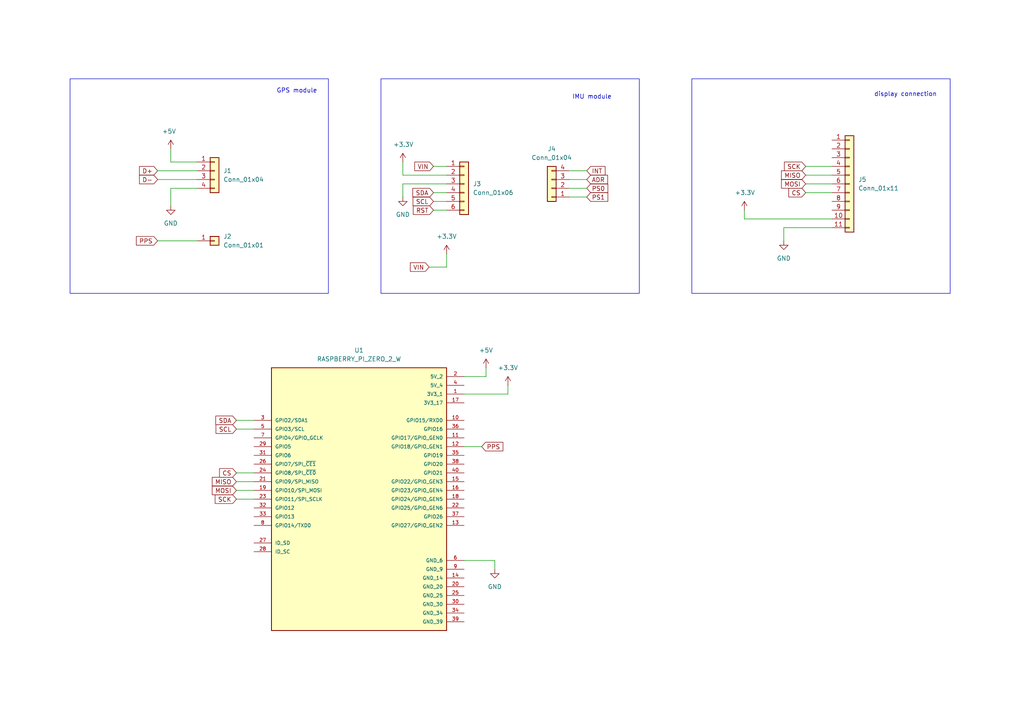
<source format=kicad_sch>
(kicad_sch (version 20250114) (generator "eeschema") (generator_version "9.0")
  (paper "A4")
  (title_block (title "gps_thingy") (rev "v1.0") (company "Author: Felix Wittwer"))
  (lib_symbols
    (symbol "Connector_Generic:Conn_01x01" (pin_names (offset 1.016) (hide yes))
      (property "Reference" "J" (at 0 2.54 0))
      (property "Value" "Conn_01x01" (at 0 -2.54 0))
      (symbol "Conn_01x01_1_1"
        (rectangle (start -1.27 1.27) (end 1.27 -1.27) (stroke (width 0.254)) (fill (type background)))
        (rectangle (start -1.27 0.127) (end 0 -0.127) (stroke (width 0.1524)))
        (pin passive line (at -5.08 0 0) (length 3.81) (name "Pin_1") (number "1"))
      )
    )
    (symbol "Connector_Generic:Conn_01x04" (pin_names (offset 1.016) (hide yes))
      (property "Reference" "J" (at 0 5.08 0))
      (property "Value" "Conn_01x04" (at 0 -7.62 0))
      (symbol "Conn_01x04_1_1"
        (rectangle (start -1.27 3.81) (end 1.27 -6.35) (stroke (width 0.254)) (fill (type background)))
        (rectangle (start -1.27 2.667) (end 0 2.413) (stroke (width 0.1524)))
        (rectangle (start -1.27 0.127) (end 0 -0.127) (stroke (width 0.1524)))
        (rectangle (start -1.27 -2.413) (end 0 -2.667) (stroke (width 0.1524)))
        (rectangle (start -1.27 -4.953) (end 0 -5.207) (stroke (width 0.1524)))
        (pin passive line (at -5.08 2.54 0) (length 3.81) (name "Pin_1") (number "1"))
        (pin passive line (at -5.08 0 0) (length 3.81) (name "Pin_2") (number "2"))
        (pin passive line (at -5.08 -2.54 0) (length 3.81) (name "Pin_3") (number "3"))
        (pin passive line (at -5.08 -5.08 0) (length 3.81) (name "Pin_4") (number "4"))
      )
    )
    (symbol "Connector_Generic:Conn_01x06" (pin_names (offset 1.016) (hide yes))
      (property "Reference" "J" (at 0 7.62 0))
      (property "Value" "Conn_01x06" (at 0 -10.16 0))
      (symbol "Conn_01x06_1_1"
        (rectangle (start -1.27 6.35) (end 1.27 -8.89) (stroke (width 0.254)) (fill (type background)))
        (rectangle (start -1.27 5.207) (end 0 4.953) (stroke (width 0.1524)))
        (rectangle (start -1.27 2.667) (end 0 2.413) (stroke (width 0.1524)))
        (rectangle (start -1.27 0.127) (end 0 -0.127) (stroke (width 0.1524)))
        (rectangle (start -1.27 -2.413) (end 0 -2.667) (stroke (width 0.1524)))
        (rectangle (start -1.27 -4.953) (end 0 -5.207) (stroke (width 0.1524)))
        (rectangle (start -1.27 -7.493) (end 0 -7.747) (stroke (width 0.1524)))
        (pin passive line (at -5.08 5.08 0) (length 3.81) (name "Pin_1") (number "1"))
        (pin passive line (at -5.08 2.54 0) (length 3.81) (name "Pin_2") (number "2"))
        (pin passive line (at -5.08 0 0) (length 3.81) (name "Pin_3") (number "3"))
        (pin passive line (at -5.08 -2.54 0) (length 3.81) (name "Pin_4") (number "4"))
        (pin passive line (at -5.08 -5.08 0) (length 3.81) (name "Pin_5") (number "5"))
        (pin passive line (at -5.08 -7.62 0) (length 3.81) (name "Pin_6") (number "6"))
      )
    )
    (symbol "Connector_Generic:Conn_01x11" (pin_names (offset 1.016) (hide yes))
      (property "Reference" "J" (at 0 15.24 0))
      (property "Value" "Conn_01x11" (at 0 -15.24 0))
      (symbol "Conn_01x11_1_1"
        (rectangle (start -1.27 13.97) (end 1.27 -13.97) (stroke (width 0.254)) (fill (type background)))
        (rectangle (start -1.27 12.827) (end 0 12.573) (stroke (width 0.1524)))
        (rectangle (start -1.27 10.287) (end 0 10.033) (stroke (width 0.1524)))
        (rectangle (start -1.27 7.747) (end 0 7.493) (stroke (width 0.1524)))
        (rectangle (start -1.27 5.207) (end 0 4.953) (stroke (width 0.1524)))
        (rectangle (start -1.27 2.667) (end 0 2.413) (stroke (width 0.1524)))
        (rectangle (start -1.27 0.127) (end 0 -0.127) (stroke (width 0.1524)))
        (rectangle (start -1.27 -2.413) (end 0 -2.667) (stroke (width 0.1524)))
        (rectangle (start -1.27 -4.953) (end 0 -5.207) (stroke (width 0.1524)))
        (rectangle (start -1.27 -7.493) (end 0 -7.747) (stroke (width 0.1524)))
        (rectangle (start -1.27 -10.033) (end 0 -10.287) (stroke (width 0.1524)))
        (rectangle (start -1.27 -12.573) (end 0 -12.827) (stroke (width 0.1524)))
        (pin passive line (at -5.08 12.7 0) (length 3.81) (name "Pin_1") (number "1"))
        (pin passive line (at -5.08 10.16 0) (length 3.81) (name "Pin_2") (number "2"))
        (pin passive line (at -5.08 7.62 0) (length 3.81) (name "Pin_3") (number "3"))
        (pin passive line (at -5.08 5.08 0) (length 3.81) (name "Pin_4") (number "4"))
        (pin passive line (at -5.08 2.54 0) (length 3.81) (name "Pin_5") (number "5"))
        (pin passive line (at -5.08 0 0) (length 3.81) (name "Pin_6") (number "6"))
        (pin passive line (at -5.08 -2.54 0) (length 3.81) (name "Pin_7") (number "7"))
        (pin passive line (at -5.08 -5.08 0) (length 3.81) (name "Pin_8") (number "8"))
        (pin passive line (at -5.08 -7.62 0) (length 3.81) (name "Pin_9") (number "9"))
        (pin passive line (at -5.08 -10.16 0) (length 3.81) (name "Pin_10") (number "10"))
        (pin passive line (at -5.08 -12.7 0) (length 3.81) (name "Pin_11") (number "11"))
      )
    )
    (symbol "power:+5V" (power) (pin_numbers (hide yes)) (pin_names (offset 0) (hide yes))
      (property "Value" "+5V" (at 0 3.556 0))
      (symbol "+5V_0_1"
        (polyline (pts (xy -0.762 1.27) (xy 0 2.54)))
        (polyline (pts (xy 0 2.54) (xy 0.762 1.27)))
        (polyline (pts (xy 0 0) (xy 0 2.54)))
      )
      (symbol "+5V_1_1"
        (pin power_in line (at 0 0 90) (length 0) (name "~") (number "1"))
      )
    )
    (symbol "power:GND" (power) (pin_numbers (hide yes)) (pin_names (offset 0) (hide yes))
      (property "Value" "GND" (at 0 -3.81 0))
      (symbol "GND_0_1"
        (polyline (pts (xy 0 0) (xy 0 -1.27) (xy 1.27 -1.27) (xy 0 -2.54) (xy -1.27 -1.27) (xy 0 -1.27)))
      )
      (symbol "GND_1_1"
        (pin power_in line (at 0 0 270) (length 0) (name "~") (number "1"))
      )
    )
    (symbol "rapi:RASPBERRY_PI_ZERO_2_W" (pin_names (offset 1.016))
      (property "Reference" "U" (at -25.42 39.3962 0))
      (property "Value" "RASPBERRY_PI_ZERO_2_W" (at -25.4191 -40.6687 0))
      (symbol "RASPBERRY_PI_ZERO_2_W_0_0"
        (rectangle (start -25.4 -38.1) (end 25.4 38.1) (stroke (width 0.254)) (fill (type background)))
        (pin bidirectional line (at -30.48 22.86 0) (length 5.08) (name "GPIO2/SDA1") (number "3"))
        (pin bidirectional line (at -30.48 20.32 0) (length 5.08) (name "GPIO3/SCL") (number "5"))
        (pin bidirectional line (at -30.48 17.78 0) (length 5.08) (name "GPIO4/GPIO_GCLK") (number "7"))
        (pin bidirectional line (at -30.48 15.24 0) (length 5.08) (name "GPIO5") (number "29"))
        (pin bidirectional line (at -30.48 12.7 0) (length 5.08) (name "GPIO6") (number "31"))
        (pin bidirectional line (at -30.48 10.16 0) (length 5.08) (name "GPIO7/SPI_~{CE1}") (number "26"))
        (pin bidirectional line (at -30.48 7.62 0) (length 5.08) (name "GPIO8/SPI_~{CE0}") (number "24"))
        (pin bidirectional line (at -30.48 5.08 0) (length 5.08) (name "GPIO9/SPI_MISO") (number "21"))
        (pin bidirectional line (at -30.48 2.54 0) (length 5.08) (name "GPIO10/SPI_MOSI") (number "19"))
        (pin bidirectional line (at -30.48 0 0) (length 5.08) (name "GPIO11/SPI_SCLK") (number "23"))
        (pin bidirectional line (at -30.48 -2.54 0) (length 5.08) (name "GPIO12") (number "32"))
        (pin bidirectional line (at -30.48 -5.08 0) (length 5.08) (name "GPIO13") (number "33"))
        (pin bidirectional line (at -30.48 -7.62 0) (length 5.08) (name "GPIO14/TXD0") (number "8"))
        (pin bidirectional line (at -30.48 -12.7 0) (length 5.08) (name "ID_SD") (number "27"))
        (pin bidirectional line (at -30.48 -15.24 0) (length 5.08) (name "ID_SC") (number "28"))
        (pin power_in line (at 30.48 35.56 180) (length 5.08) (name "5V_2") (number "2"))
        (pin power_in line (at 30.48 33.02 180) (length 5.08) (name "5V_4") (number "4"))
        (pin power_in line (at 30.48 30.48 180) (length 5.08) (name "3V3_1") (number "1"))
        (pin power_in line (at 30.48 27.94 180) (length 5.08) (name "3V3_17") (number "17"))
        (pin bidirectional line (at 30.48 22.86 180) (length 5.08) (name "GPIO15/RXD0") (number "10"))
        (pin bidirectional line (at 30.48 20.32 180) (length 5.08) (name "GPIO16") (number "36"))
        (pin bidirectional line (at 30.48 17.78 180) (length 5.08) (name "GPIO17/GPIO_GEN0") (number "11"))
        (pin bidirectional line (at 30.48 15.24 180) (length 5.08) (name "GPIO18/GPIO_GEN1") (number "12"))
        (pin bidirectional line (at 30.48 12.7 180) (length 5.08) (name "GPIO19") (number "35"))
        (pin bidirectional line (at 30.48 10.16 180) (length 5.08) (name "GPIO20") (number "38"))
        (pin bidirectional line (at 30.48 7.62 180) (length 5.08) (name "GPIO21") (number "40"))
        (pin bidirectional line (at 30.48 5.08 180) (length 5.08) (name "GPIO22/GPIO_GEN3") (number "15"))
        (pin bidirectional line (at 30.48 2.54 180) (length 5.08) (name "GPIO23/GPIO_GEN4") (number "16"))
        (pin bidirectional line (at 30.48 0 180) (length 5.08) (name "GPIO24/GPIO_GEN5") (number "18"))
        (pin bidirectional line (at 30.48 -2.54 180) (length 5.08) (name "GPIO25/GPIO_GEN6") (number "22"))
        (pin bidirectional line (at 30.48 -5.08 180) (length 5.08) (name "GPIO26") (number "37"))
        (pin bidirectional line (at 30.48 -7.62 180) (length 5.08) (name "GPIO27/GPIO_GEN2") (number "13"))
        (pin power_in line (at 30.48 -17.78 180) (length 5.08) (name "GND_6") (number "6"))
        (pin power_in line (at 30.48 -20.32 180) (length 5.08) (name "GND_9") (number "9"))
        (pin power_in line (at 30.48 -22.86 180) (length 5.08) (name "GND_14") (number "14"))
        (pin power_in line (at 30.48 -25.4 180) (length 5.08) (name "GND_20") (number "20"))
        (pin power_in line (at 30.48 -27.94 180) (length 5.08) (name "GND_25") (number "25"))
        (pin power_in line (at 30.48 -30.48 180) (length 5.08) (name "GND_30") (number "30"))
        (pin power_in line (at 30.48 -33.02 180) (length 5.08) (name "GND_34") (number "34"))
        (pin power_in line (at 30.48 -35.56 180) (length 5.08) (name "GND_39") (number "39"))
      )
    )
  )
  (rectangle (start 200.66 22.86) (end 275.59 85.09))
  (rectangle (start 110.49 22.86) (end 185.42 85.09))
  (rectangle (start 20.32 22.86) (end 95.25 85.09))
  (text "GPS module" (at 86.106 26.416 0) (effects (font (size 1.27 1.27))))
  (text "display connection" (at 262.636 27.432 0) (effects (font (size 1.27 1.27))))
  (text "IMU module" (at 171.704 28.194 0) (effects (font (size 1.27 1.27))))
  (wire (pts (xy 49.53 43.18) (xy 49.53 46.99)))
  (wire (pts (xy 125.73 60.96) (xy 129.54 60.96)))
  (wire (pts (xy 233.68 53.34) (xy 241.3 53.34)))
  (wire (pts (xy 233.68 50.8) (xy 241.3 50.8)))
  (wire (pts (xy 241.3 63.5) (xy 215.9 63.5)))
  (wire (pts (xy 45.72 69.85) (xy 57.15 69.85)))
  (wire (pts (xy 129.54 73.66) (xy 129.54 77.47)))
  (wire (pts (xy 233.68 55.88) (xy 241.3 55.88)))
  (wire (pts (xy 165.1 52.07) (xy 170.18 52.07)))
  (wire (pts (xy 140.97 109.22) (xy 134.62 109.22)))
  (wire (pts (xy 227.33 66.04) (xy 241.3 66.04)))
  (wire (pts (xy 165.1 57.15) (xy 170.18 57.15)))
  (wire (pts (xy 233.68 48.26) (xy 241.3 48.26)))
  (wire (pts (xy 116.84 53.34) (xy 129.54 53.34)))
  (wire (pts (xy 134.62 162.56) (xy 143.51 162.56)))
  (wire (pts (xy 49.53 46.99) (xy 57.15 46.99)))
  (wire (pts (xy 165.1 49.53) (xy 170.18 49.53)))
  (wire (pts (xy 116.84 57.15) (xy 116.84 53.34)))
  (wire (pts (xy 116.84 46.99) (xy 116.84 50.8)))
  (wire (pts (xy 143.51 162.56) (xy 143.51 165.1)))
  (wire (pts (xy 49.53 54.61) (xy 57.15 54.61)))
  (wire (pts (xy 125.73 55.88) (xy 129.54 55.88)))
  (wire (pts (xy 45.72 49.53) (xy 57.15 49.53)))
  (wire (pts (xy 49.53 59.69) (xy 49.53 54.61)))
  (wire (pts (xy 45.72 52.07) (xy 57.15 52.07)))
  (wire (pts (xy 68.58 124.46) (xy 73.66 124.46)))
  (wire (pts (xy 215.9 63.5) (xy 215.9 60.96)))
  (wire (pts (xy 116.84 50.8) (xy 129.54 50.8)))
  (wire (pts (xy 165.1 54.61) (xy 170.18 54.61)))
  (wire (pts (xy 68.58 142.24) (xy 73.66 142.24)))
  (wire (pts (xy 134.62 129.54) (xy 139.7 129.54)))
  (wire (pts (xy 134.62 114.3) (xy 147.32 114.3)))
  (wire (pts (xy 227.33 69.85) (xy 227.33 66.04)))
  (wire (pts (xy 68.58 137.16) (xy 73.66 137.16)))
  (wire (pts (xy 147.32 114.3) (xy 147.32 111.76)))
  (wire (pts (xy 124.46 77.47) (xy 129.54 77.47)))
  (wire (pts (xy 68.58 139.7) (xy 73.66 139.7)))
  (wire (pts (xy 68.58 144.78) (xy 73.66 144.78)))
  (wire (pts (xy 125.73 48.26) (xy 129.54 48.26)))
  (wire (pts (xy 140.97 106.68) (xy 140.97 109.22)))
  (wire (pts (xy 125.73 58.42) (xy 129.54 58.42)))
  (wire (pts (xy 68.58 121.92) (xy 73.66 121.92)))
  (global_label "RST" (shape input) (at 125.73 60.96 180) (property "Intersheetrefs" "${INTERSHEET_REFS}" (effects (hide yes))))
  (global_label "SCL" (shape input) (at 125.73 58.42 180) (property "Intersheetrefs" "${INTERSHEET_REFS}" (effects (hide yes))))
  (global_label "ADR" (shape input) (at 170.18 52.07 0) (property "Intersheetrefs" "${INTERSHEET_REFS}" (effects (hide yes))))
  (global_label "PS0" (shape input) (at 170.18 54.61 0) (property "Intersheetrefs" "${INTERSHEET_REFS}" (effects (hide yes))))
  (global_label "D+" (shape input) (at 45.72 49.53 180) (property "Intersheetrefs" "${INTERSHEET_REFS}" (effects (hide yes))))
  (global_label "INT" (shape input) (at 170.18 49.53 0) (property "Intersheetrefs" "${INTERSHEET_REFS}" (effects (hide yes))))
  (global_label "SCL" (shape input) (at 68.58 124.46 180) (property "Intersheetrefs" "${INTERSHEET_REFS}" (effects (hide yes))))
  (global_label "MOSI" (shape input) (at 233.68 53.34 180) (property "Intersheetrefs" "${INTERSHEET_REFS}" (effects (hide yes))))
  (global_label "SCK" (shape input) (at 68.58 144.78 180) (property "Intersheetrefs" "${INTERSHEET_REFS}" (effects (hide yes))))
  (global_label "VIN" (shape input) (at 125.73 48.26 180) (property "Intersheetrefs" "${INTERSHEET_REFS}" (effects (hide yes))))
  (global_label "SDA" (shape input) (at 68.58 121.92 180) (property "Intersheetrefs" "${INTERSHEET_REFS}" (effects (hide yes))))
  (global_label "VIN" (shape input) (at 124.46 77.47 180) (property "Intersheetrefs" "${INTERSHEET_REFS}" (effects (hide yes))))
  (global_label "MISO" (shape input) (at 233.68 50.8 180) (property "Intersheetrefs" "${INTERSHEET_REFS}" (effects (hide yes))))
  (global_label "PPS" (shape input) (at 45.72 69.85 180) (property "Intersheetrefs" "${INTERSHEET_REFS}" (effects (hide yes))))
  (global_label "SCK" (shape input) (at 233.68 48.26 180) (property "Intersheetrefs" "${INTERSHEET_REFS}" (effects (hide yes))))
  (global_label "CS" (shape input) (at 233.68 55.88 180) (property "Intersheetrefs" "${INTERSHEET_REFS}" (effects (hide yes))))
  (global_label "PPS" (shape input) (at 139.7 129.54 0) (property "Intersheetrefs" "${INTERSHEET_REFS}" (effects (hide yes))))
  (global_label "MOSI" (shape input) (at 68.58 142.24 180) (property "Intersheetrefs" "${INTERSHEET_REFS}" (effects (hide yes))))
  (global_label "MISO" (shape input) (at 68.58 139.7 180) (property "Intersheetrefs" "${INTERSHEET_REFS}" (effects (hide yes))))
  (global_label "D-" (shape input) (at 45.72 52.07 180) (property "Intersheetrefs" "${INTERSHEET_REFS}" (effects (hide yes))))
  (global_label "PS1" (shape input) (at 170.18 57.15 0) (property "Intersheetrefs" "${INTERSHEET_REFS}" (effects (hide yes))))
  (global_label "SDA" (shape input) (at 125.73 55.88 180) (property "Intersheetrefs" "${INTERSHEET_REFS}" (effects (hide yes))))
  (global_label "CS" (shape input) (at 68.58 137.16 180) (property "Intersheetrefs" "${INTERSHEET_REFS}" (effects (hide yes))))
  (symbol (lib_id "Connector_Generic:Conn_01x06") (at 134.62 53.34 0) (unit 1)
    (property "Reference" "J3" (at 137.16 53.3399 0) (effects (justify left)))
    (property "Value" "Conn_01x06" (at 137.16 55.8799 0) (effects (justify left)))
    (property "Description" "Generic connector, single row, 01x06, script generated (kicad-library-utils/schlib/autogen/connector/)" (effects (hide yes)))
  )
  (symbol (lib_id "Connector_Generic:Conn_01x01") (at 62.23 69.85 0) (unit 1)
    (property "Reference" "J2" (at 64.77 68.5799 0) (effects (justify left)))
    (property "Value" "Conn_01x01" (at 64.77 71.1199 0) (effects (justify left)))
    (property "Description" "Generic connector, single row, 01x01, script generated (kicad-library-utils/schlib/autogen/connector/)" (effects (hide yes)))
  )
  (symbol (lib_id "power:GND") (at 227.33 69.85 0) (unit 1)
    (property "Reference" "#PWR09" (effects (hide yes)))
    (property "Value" "GND" (at 227.33 74.93 0))
    (property "Description" "Power symbol creates a global label with name \"GND\" , ground" (effects (hide yes)))
  )
  (symbol (lib_id "power:+5V") (at 129.54 73.66 0) (unit 1)
    (property "Reference" "#PWR07" (effects (hide yes)))
    (property "Value" "+3.3V" (at 129.54 68.58 0))
    (property "Description" "Power symbol creates a global label with name \"+5V\"" (effects (hide yes)))
  )
  (symbol (lib_id "Connector_Generic:Conn_01x11") (at 246.38 53.34 0) (unit 1)
    (property "Reference" "J5" (at 248.92 52.0699 0) (effects (justify left)))
    (property "Value" "Conn_01x11" (at 248.92 54.6099 0) (effects (justify left)))
    (property "Description" "Generic connector, single row, 01x11, script generated (kicad-library-utils/schlib/autogen/connector/)" (effects (hide yes)))
  )
  (symbol (lib_id "power:GND") (at 143.51 165.1 0) (mirror y) (unit 1)
    (property "Reference" "#PWR06" (effects (hide yes)))
    (property "Value" "GND" (at 143.51 170.18 0))
    (property "Description" "Power symbol creates a global label with name \"GND\" , ground" (effects (hide yes)))
  )
  (symbol (lib_id "rapi:RASPBERRY_PI_ZERO_2_W") (at 104.14 144.78 0) (unit 1)
    (property "Reference" "U1" (at 104.14 101.6 0))
    (property "Value" "RASPBERRY_PI_ZERO_2_W" (at 104.14 104.14 0))
    (property "Footprint" "RASPBERRY_PI_ZERO_2_W:MODULE_RASPBERRY_PI_ZERO_2_W" (effects (hide yes)))
    (property "MF" "Raspberry Pi" (effects (hide yes)))
    (property "Description_1" "At the heart of Raspberry Pi Zero 2 W is RP3A0, a custom-built system-in-package designed by Raspberry Pi in the UK." (effects (hide yes)))
    (property "Package" "None" (effects (hide yes)))
    (property "Price" "None" (effects (hide yes)))
    (property "Check_prices" "https://www.snapeda.com/parts/RASPBERRY%20PI%20ZERO%202%20W/Raspberry+Pi/view-part/?ref=eda" (effects (hide yes)))
    (property "STANDARD" "Manufacturer Recommendations" (effects (hide yes)))
    (property "PARTREV" "April 2024" (effects (hide yes)))
    (property "SnapEDA_Link" "https://www.snapeda.com/parts/RASPBERRY%20PI%20ZERO%202%20W/Raspberry+Pi/view-part/?ref=snap" (effects (hide yes)))
    (property "MP" "RASPBERRY PI ZERO 2 W" (effects (hide yes)))
    (property "Availability" "In Stock" (effects (hide yes)))
    (property "MANUFACTURER" "Raspberry Pi" (effects (hide yes)))
  )
  (symbol (lib_id "power:GND") (at 49.53 59.69 0) (mirror y) (unit 1)
    (property "Reference" "#PWR02" (effects (hide yes)))
    (property "Value" "GND" (at 49.53 64.77 0))
    (property "Description" "Power symbol creates a global label with name \"GND\" , ground" (effects (hide yes)))
  )
  (symbol (lib_id "power:+5V") (at 49.53 43.18 0) (unit 1)
    (property "Reference" "#PWR01" (effects (hide yes)))
    (property "Value" "+5V" (at 46.99 38.1 0) (effects (justify left)))
    (property "Description" "Power symbol creates a global label with name \"+5V\"" (effects (hide yes)))
  )
  (symbol (lib_id "Connector_Generic:Conn_01x04") (at 160.02 54.61 180) (unit 1)
    (property "Reference" "J4" (at 160.02 43.18 0))
    (property "Value" "Conn_01x04" (at 160.02 45.72 0))
    (property "Description" "Generic connector, single row, 01x04, script generated (kicad-library-utils/schlib/autogen/connector/)" (effects (hide yes)))
  )
  (symbol (lib_id "power:+5V") (at 116.84 46.99 0) (unit 1)
    (property "Reference" "#PWR03" (effects (hide yes)))
    (property "Value" "+3.3V" (at 114.046 41.91 0) (effects (justify left)))
    (property "Description" "Power symbol creates a global label with name \"+5V\"" (effects (hide yes)))
  )
  (symbol (lib_id "power:+5V") (at 140.97 106.68 0) (unit 1)
    (property "Reference" "#PWR05" (effects (hide yes)))
    (property "Value" "+5V" (at 140.97 101.6 0))
    (property "Description" "Power symbol creates a global label with name \"+5V\"" (effects (hide yes)))
  )
  (symbol (lib_id "power:+5V") (at 215.9 60.96 0) (unit 1)
    (property "Reference" "#PWR010" (effects (hide yes)))
    (property "Value" "+3.3V" (at 213.106 55.88 0) (effects (justify left)))
    (property "Description" "Power symbol creates a global label with name \"+5V\"" (effects (hide yes)))
  )
  (symbol (lib_id "Connector_Generic:Conn_01x04") (at 62.23 49.53 0) (unit 1)
    (property "Reference" "J1" (at 64.77 49.5299 0) (effects (justify left)))
    (property "Value" "Conn_01x04" (at 64.77 52.0699 0) (effects (justify left)))
    (property "Description" "Generic connector, single row, 01x04, script generated (kicad-library-utils/schlib/autogen/connector/)" (effects (hide yes)))
  )
  (symbol (lib_id "power:GND") (at 116.84 57.15 0) (unit 1)
    (property "Reference" "#PWR04" (effects (hide yes)))
    (property "Value" "GND" (at 116.84 62.23 0))
    (property "Description" "Power symbol creates a global label with name \"GND\" , ground" (effects (hide yes)))
  )
  (symbol (lib_id "power:+5V") (at 147.32 111.76 0) (unit 1)
    (property "Reference" "#PWR08" (effects (hide yes)))
    (property "Value" "+3.3V" (at 147.32 106.68 0))
    (property "Description" "Power symbol creates a global label with name \"+5V\"" (effects (hide yes)))
  )
)
</source>
